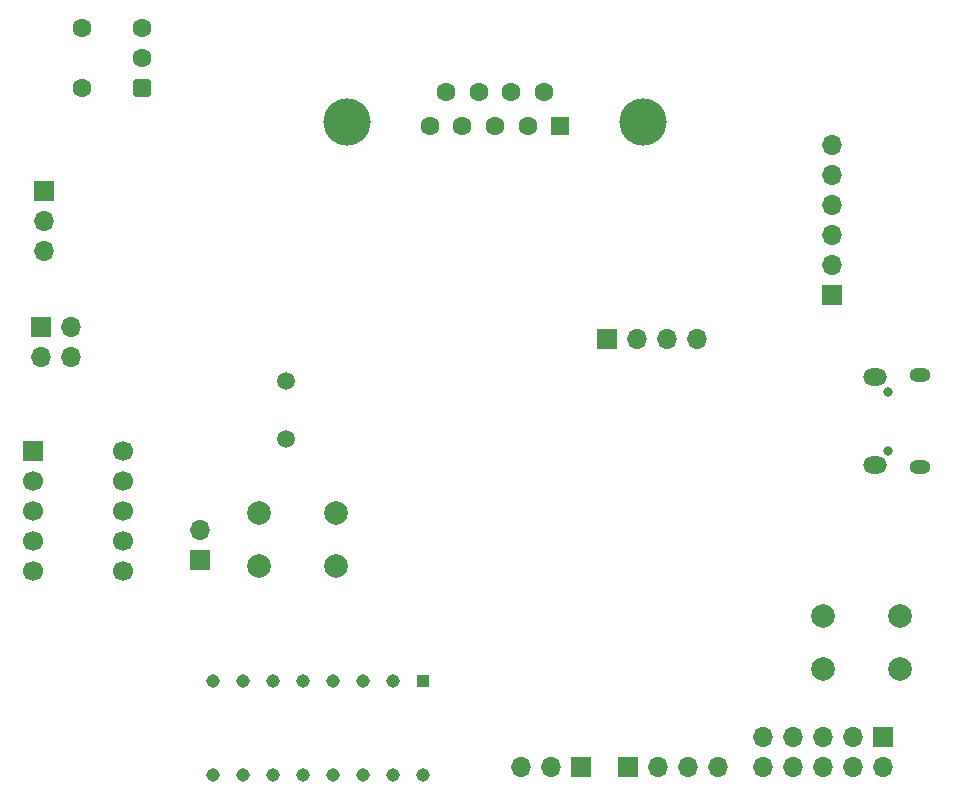
<source format=gbr>
%TF.GenerationSoftware,KiCad,Pcbnew,6.0.9-8da3e8f707~117~ubuntu18.04.1*%
%TF.CreationDate,2023-01-22T23:16:32+05:30*%
%TF.ProjectId,f103_V2,66313033-5f56-4322-9e6b-696361645f70,rev?*%
%TF.SameCoordinates,Original*%
%TF.FileFunction,Soldermask,Bot*%
%TF.FilePolarity,Negative*%
%FSLAX46Y46*%
G04 Gerber Fmt 4.6, Leading zero omitted, Abs format (unit mm)*
G04 Created by KiCad (PCBNEW 6.0.9-8da3e8f707~117~ubuntu18.04.1) date 2023-01-22 23:16:32*
%MOMM*%
%LPD*%
G01*
G04 APERTURE LIST*
G04 Aperture macros list*
%AMRoundRect*
0 Rectangle with rounded corners*
0 $1 Rounding radius*
0 $2 $3 $4 $5 $6 $7 $8 $9 X,Y pos of 4 corners*
0 Add a 4 corners polygon primitive as box body*
4,1,4,$2,$3,$4,$5,$6,$7,$8,$9,$2,$3,0*
0 Add four circle primitives for the rounded corners*
1,1,$1+$1,$2,$3*
1,1,$1+$1,$4,$5*
1,1,$1+$1,$6,$7*
1,1,$1+$1,$8,$9*
0 Add four rect primitives between the rounded corners*
20,1,$1+$1,$2,$3,$4,$5,0*
20,1,$1+$1,$4,$5,$6,$7,0*
20,1,$1+$1,$6,$7,$8,$9,0*
20,1,$1+$1,$8,$9,$2,$3,0*%
G04 Aperture macros list end*
%ADD10R,1.700000X1.700000*%
%ADD11O,1.700000X1.700000*%
%ADD12C,4.000000*%
%ADD13R,1.600000X1.600000*%
%ADD14C,1.600000*%
%ADD15C,2.000000*%
%ADD16C,1.500000*%
%ADD17RoundRect,0.400000X-0.400000X-0.400000X0.400000X-0.400000X0.400000X0.400000X-0.400000X0.400000X0*%
%ADD18O,0.800000X0.800000*%
%ADD19O,1.800000X1.150000*%
%ADD20O,2.000000X1.450000*%
%ADD21C,1.700000*%
%ADD22R,1.140000X1.140000*%
%ADD23C,1.140000*%
G04 APERTURE END LIST*
D10*
%TO.C,J5*%
X155250000Y-120750000D03*
D11*
X152710000Y-120750000D03*
X150170000Y-120750000D03*
%TD*%
D12*
%TO.C,J10*%
X160460000Y-66200000D03*
X135460000Y-66200000D03*
D13*
X153500000Y-66500000D03*
D14*
X150730000Y-66500000D03*
X147960000Y-66500000D03*
X145190000Y-66500000D03*
X142420000Y-66500000D03*
X152115000Y-63660000D03*
X149345000Y-63660000D03*
X146575000Y-63660000D03*
X143805000Y-63660000D03*
%TD*%
D15*
%TO.C,SW3*%
X175750000Y-108000000D03*
X182250000Y-108000000D03*
X175750000Y-112500000D03*
X182250000Y-112500000D03*
%TD*%
D16*
%TO.C,Y1*%
X130250000Y-93000000D03*
X130250000Y-88120000D03*
%TD*%
D10*
%TO.C,J3*%
X176500000Y-80850000D03*
D11*
X176500000Y-78310000D03*
X176500000Y-75770000D03*
X176500000Y-73230000D03*
X176500000Y-70690000D03*
X176500000Y-68150000D03*
%TD*%
D10*
%TO.C,J6*%
X123000000Y-103275000D03*
D11*
X123000000Y-100735000D03*
%TD*%
D14*
%TO.C,SW2*%
X113010000Y-63290000D03*
X113010000Y-58210000D03*
D17*
X118090000Y-63290000D03*
D14*
X118090000Y-60750000D03*
X118090000Y-58210000D03*
%TD*%
D18*
%TO.C,J9*%
X181195000Y-94005000D03*
X181195000Y-89005000D03*
D19*
X183945000Y-87630000D03*
D20*
X180145000Y-95230000D03*
X180145000Y-87780000D03*
D19*
X183945000Y-95380000D03*
%TD*%
D10*
%TO.C,J1*%
X157450000Y-84500000D03*
D11*
X159990000Y-84500000D03*
X162530000Y-84500000D03*
X165070000Y-84500000D03*
%TD*%
%TO.C,J2*%
X109750000Y-77055000D03*
X109750000Y-74515000D03*
D10*
X109750000Y-71975000D03*
%TD*%
%TO.C,J8*%
X159250000Y-120750000D03*
D11*
X161790000Y-120750000D03*
X164330000Y-120750000D03*
X166870000Y-120750000D03*
%TD*%
D15*
%TO.C,SW1*%
X134500000Y-99250000D03*
X128000000Y-99250000D03*
X134500000Y-103750000D03*
X128000000Y-103750000D03*
%TD*%
D10*
%TO.C,U3*%
X108817500Y-94047500D03*
D21*
X108817500Y-96587500D03*
X108817500Y-99127500D03*
X108817500Y-101667500D03*
X108817500Y-104207500D03*
X116437500Y-104207500D03*
X116437500Y-101667500D03*
X116437500Y-99127500D03*
X116437500Y-96587500D03*
X116437500Y-94047500D03*
%TD*%
D10*
%TO.C,J4*%
X109500000Y-83500000D03*
D11*
X112040000Y-83500000D03*
X109500000Y-86040000D03*
X112040000Y-86040000D03*
%TD*%
D22*
%TO.C,U2*%
X141890000Y-113530000D03*
D23*
X139350000Y-113530000D03*
X136810000Y-113530000D03*
X134270000Y-113530000D03*
X131730000Y-113530000D03*
X129190000Y-113530000D03*
X126650000Y-113530000D03*
X124110000Y-113530000D03*
X124110000Y-121470000D03*
X126650000Y-121470000D03*
X129190000Y-121470000D03*
X131730000Y-121470000D03*
X134270000Y-121470000D03*
X136810000Y-121470000D03*
X139350000Y-121470000D03*
X141890000Y-121470000D03*
%TD*%
D10*
%TO.C,J7*%
X180830000Y-118210000D03*
D11*
X180830000Y-120750000D03*
X178290000Y-118210000D03*
X178290000Y-120750000D03*
X175750000Y-118210000D03*
X175750000Y-120750000D03*
X173210000Y-118210000D03*
X173210000Y-120750000D03*
X170670000Y-118210000D03*
X170670000Y-120750000D03*
%TD*%
M02*

</source>
